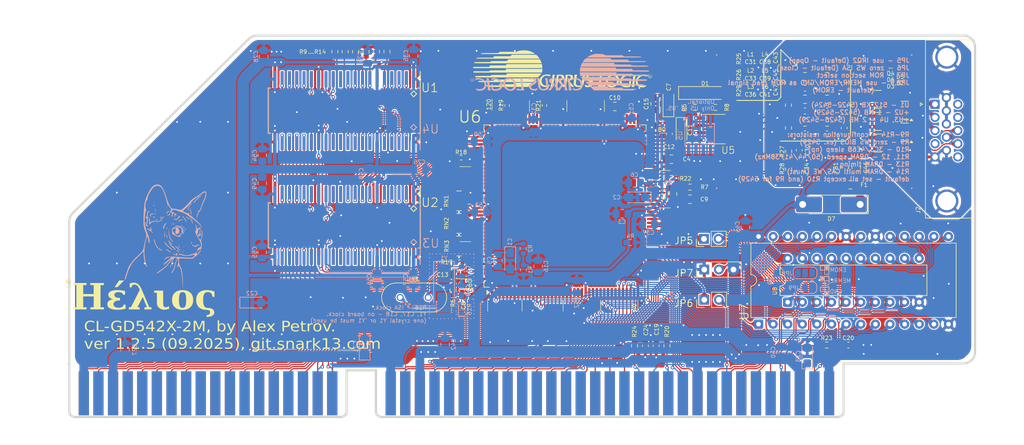
<source format=kicad_pcb>
(kicad_pcb
	(version 20241229)
	(generator "pcbnew")
	(generator_version "9.0")
	(general
		(thickness 1.6)
		(legacy_teardrops no)
	)
	(paper "A4")
	(title_block
		(title "Helios - Cirrus Logic GD542x-2M ISA VGA Card")
		(date "2025-09-13")
		(rev "1.2.5")
		(company "Alexander Petrov")
	)
	(layers
		(0 "F.Cu" signal)
		(2 "B.Cu" signal)
		(9 "F.Adhes" user "F.Adhesive")
		(11 "B.Adhes" user "B.Adhesive")
		(13 "F.Paste" user)
		(15 "B.Paste" user)
		(5 "F.SilkS" user "F.Silkscreen")
		(7 "B.SilkS" user "B.Silkscreen")
		(1 "F.Mask" user)
		(3 "B.Mask" user)
		(17 "Dwgs.User" user "User.Drawings")
		(19 "Cmts.User" user "User.Comments")
		(21 "Eco1.User" user "User.Eco1")
		(23 "Eco2.User" user "User.Eco2")
		(25 "Edge.Cuts" user)
		(27 "Margin" user)
		(31 "F.CrtYd" user "F.Courtyard")
		(29 "B.CrtYd" user "B.Courtyard")
		(35 "F.Fab" user)
		(33 "B.Fab" user)
	)
	(setup
		(stackup
			(layer "F.SilkS"
				(type "Top Silk Screen")
				(color "White")
			)
			(layer "F.Paste"
				(type "Top Solder Paste")
			)
			(layer "F.Mask"
				(type "Top Solder Mask")
				(color "Green")
				(thickness 0.01)
			)
			(layer "F.Cu"
				(type "copper")
				(thickness 0.035)
			)
			(layer "dielectric 1"
				(type "core")
				(color "FR4 natural")
				(thickness 1.51)
				(material "FR4")
				(epsilon_r 4.5)
				(loss_tangent 0.02)
			)
			(layer "B.Cu"
				(type "copper")
				(thickness 0.035)
			)
			(layer "B.Mask"
				(type "Bottom Solder Mask")
				(color "Green")
				(thickness 0.01)
			)
			(layer "B.Paste"
				(type "Bottom Solder Paste")
			)
			(layer "B.SilkS"
				(type "Bottom Silk Screen")
				(color "White")
			)
			(copper_finish "ENIG")
			(dielectric_constraints no)
		)
		(pad_to_mask_clearance 0)
		(allow_soldermask_bridges_in_footprints yes)
		(tenting front back)
		(pcbplotparams
			(layerselection 0x00000000_00000000_55555555_575555ff)
			(plot_on_all_layers_selection 0x00000000_00000000_00000000_02000000)
			(disableapertmacros no)
			(usegerberextensions yes)
			(usegerberattributes yes)
			(usegerberadvancedattributes yes)
			(creategerberjobfile yes)
			(dashed_line_dash_ratio 12.000000)
			(dashed_line_gap_ratio 3.000000)
			(svgprecision 4)
			(plotframeref no)
			(mode 1)
			(useauxorigin no)
			(hpglpennumber 1)
			(hpglpenspeed 20)
			(hpglpendiameter 15.000000)
			(pdf_front_fp_property_popups yes)
			(pdf_back_fp_property_popups yes)
			(pdf_metadata yes)
			(pdf_single_document no)
			(dxfpolygonmode yes)
			(dxfimperialunits yes)
			(dxfusepcbnewfont yes)
			(psnegative no)
			(psa4output no)
			(plot_black_and_white yes)
			(sketchpadsonfab no)
			(plotpadnumbers no)
			(hidednponfab no)
			(sketchdnponfab yes)
			(crossoutdnponfab yes)
			(subtractmaskfromsilk yes)
			(outputformat 1)
			(mirror no)
			(drillshape 0)
			(scaleselection 1)
			(outputdirectory "out/helios-0.5/")
		)
	)
	(net 0 "")
	(net 1 "/MD16")
	(net 2 "/MD17")
	(net 3 "/MD18")
	(net 4 "/MD19")
	(net 5 "/MD20")
	(net 6 "/MD21")
	(net 7 "/MD22")
	(net 8 "/MD23")
	(net 9 "/MD24")
	(net 10 "/MD25")
	(net 11 "/MD26")
	(net 12 "/MD27")
	(net 13 "/MD28")
	(net 14 "/MD29")
	(net 15 "/MD30")
	(net 16 "/MD31")
	(net 17 "/SD0")
	(net 18 "/SD1")
	(net 19 "/SD2")
	(net 20 "/SD3")
	(net 21 "/SD4")
	(net 22 "/SD5")
	(net 23 "/SD6")
	(net 24 "/SD7")
	(net 25 "/SD8")
	(net 26 "/SD9")
	(net 27 "/SD10")
	(net 28 "/SD11")
	(net 29 "/SD12")
	(net 30 "/SD13")
	(net 31 "/SD14")
	(net 32 "/SD15")
	(net 33 "/RESET")
	(net 34 "/LA23")
	(net 35 "/IOCHRDY")
	(net 36 "/LA22")
	(net 37 "/AEN")
	(net 38 "/BALE")
	(net 39 "/LA21")
	(net 40 "/LA20")
	(net 41 "/LA19")
	(net 42 "/LA18")
	(net 43 "/LA17")
	(net 44 "/SA16")
	(net 45 "/SA15")
	(net 46 "/SA14")
	(net 47 "/SA13")
	(net 48 "/SA12")
	(net 49 "/SA11")
	(net 50 "/SA10")
	(net 51 "/SA9")
	(net 52 "/SA8")
	(net 53 "/SA7")
	(net 54 "/SA6")
	(net 55 "/SA5")
	(net 56 "/SA4")
	(net 57 "/SA3")
	(net 58 "/SA2")
	(net 59 "/SA1")
	(net 60 "/SA0")
	(net 61 "/MD0")
	(net 62 "/MD1")
	(net 63 "/MD2")
	(net 64 "/MD3")
	(net 65 "/MD4")
	(net 66 "/MD5")
	(net 67 "/MD6")
	(net 68 "/MD7")
	(net 69 "VCC")
	(net 70 "RED")
	(net 71 "GREEN")
	(net 72 "BLUE")
	(net 73 "Net-(D1-A)")
	(net 74 "Net-(F1-Pad1)")
	(net 75 "MFILVDD")
	(net 76 "DACVSS")
	(net 77 "DACVDD")
	(net 78 "IREF")
	(net 79 "VFILVDD")
	(net 80 "MFILTER")
	(net 81 "VFILTER")
	(net 82 "/~{MEMW}")
	(net 83 "/~{MEMR}")
	(net 84 "/~{CAS3}")
	(net 85 "/~{IOR}")
	(net 86 "/~{CAS2}")
	(net 87 "/~{CAS1}")
	(net 88 "/~{CAS0}")
	(net 89 "/~{WE}")
	(net 90 "/~{RAS1}")
	(net 91 "/~{RAS0}")
	(net 92 "/~{EROM}")
	(net 93 "/~{IOCS16}")
	(net 94 "/~{MCS16}")
	(net 95 "/~{SBHE}")
	(net 96 "/~{REFRESH}")
	(net 97 "/~{IOW}")
	(net 98 "/0WS")
	(net 99 "VSYNC")
	(net 100 "HSYNC")
	(net 101 "/EEDI")
	(net 102 "/EECS")
	(net 103 "/P0")
	(net 104 "/P1")
	(net 105 "/P2")
	(net 106 "/P3")
	(net 107 "/P4")
	(net 108 "/P5")
	(net 109 "/P6")
	(net 110 "/P7")
	(net 111 "/DCLK")
	(net 112 "/~{BLANK}")
	(net 113 "/~{EVIDEO}")
	(net 114 "/~{ESYNC}")
	(net 115 "/~{EDCLK}")
	(net 116 "/MD15")
	(net 117 "/MD14")
	(net 118 "/MD13")
	(net 119 "/MD12")
	(net 120 "/MD11")
	(net 121 "/MD10")
	(net 122 "/MD9")
	(net 123 "/MD8")
	(net 124 "/MA8")
	(net 125 "/MA7")
	(net 126 "/MA6")
	(net 127 "/MA5")
	(net 128 "/MA4")
	(net 129 "/MA3")
	(net 130 "/MA2")
	(net 131 "/MA1")
	(net 132 "/MA0")
	(net 133 "/BOSC")
	(net 134 "unconnected-(J1--5V-Pad5)")
	(net 135 "unconnected-(J1-DRQ2-Pad6)")
	(net 136 "unconnected-(J1--12V-Pad7)")
	(net 137 "Net-(J1-UNUSED)")
	(net 138 "unconnected-(J1-+12V-Pad9)")
	(net 139 "unconnected-(J1-~{DACK3}-Pad15)")
	(net 140 "unconnected-(J1-DRQ3-Pad16)")
	(net 141 "unconnected-(J1-~{DACK1}-Pad17)")
	(net 142 "unconnected-(J1-DRQ1-Pad18)")
	(net 143 "unconnected-(J1-CLK-Pad20)")
	(net 144 "unconnected-(J1-IRQ7-Pad21)")
	(net 145 "unconnected-(J1-IRQ6-Pad22)")
	(net 146 "unconnected-(J1-IRQ5-Pad23)")
	(net 147 "unconnected-(J1-IRQ4-Pad24)")
	(net 148 "unconnected-(J1-IRQ3-Pad25)")
	(net 149 "unconnected-(J1-~{DACK2}-Pad26)")
	(net 150 "unconnected-(J1-TC-Pad27)")
	(net 151 "unconnected-(J1-IO-Pad32)")
	(net 152 "unconnected-(J1-BA19-Pad43)")
	(net 153 "unconnected-(J1-BA18-Pad44)")
	(net 154 "unconnected-(J1-BA17-Pad45)")
	(net 155 "unconnected-(J1-IRQ10-Pad65)")
	(net 156 "unconnected-(J1-IRQ11-Pad66)")
	(net 157 "unconnected-(J1-IRQ12-Pad67)")
	(net 158 "unconnected-(J1-IRQ15-Pad68)")
	(net 159 "unconnected-(J1-IRQ14-Pad69)")
	(net 160 "unconnected-(J1-~{DACK0}-Pad70)")
	(net 161 "unconnected-(J1-DRQ0-Pad71)")
	(net 162 "unconnected-(J1-~{DACK5}-Pad72)")
	(net 163 "unconnected-(J1-DRQ5-Pad73)")
	(net 164 "unconnected-(J1-~{DACK6}-Pad74)")
	(net 165 "unconnected-(J1-DRQ6-Pad75)")
	(net 166 "unconnected-(J1-~{DACK7}-Pad76)")
	(net 167 "unconnected-(J1-DRQ7-Pad77)")
	(net 168 "unconnected-(J1-MASTER-Pad79)")
	(net 169 "unconnected-(J1-~{MEMR}-Pad89)")
	(net 170 "unconnected-(J1-~{MEMW}-Pad90)")
	(net 171 "unconnected-(J2-Pad4)")
	(net 172 "unconnected-(J2-Pad11)")
	(net 173 "unconnected-(J2-Pad12)")
	(net 174 "unconnected-(J2-Pad15)")
	(net 175 "unconnected-(U1-NC-Pad11)")
	(net 176 "unconnected-(U1-NC-Pad12)")
	(net 177 "unconnected-(U1-NC-Pad15)")
	(net 178 "unconnected-(U1-NC-Pad30)")
	(net 179 "Net-(RN1-R2.1)")
	(net 180 "Net-(RN1-R4.1)")
	(net 181 "Net-(RN1-R1.1)")
	(net 182 "Net-(RN1-R3.1)")
	(net 183 "Net-(RN2-R1.1)")
	(net 184 "GND")
	(net 185 "Net-(RN2-R4.1)")
	(net 186 "GNDA")
	(net 187 "Net-(RN2-R3.1)")
	(net 188 "Net-(RN2-R2.1)")
	(net 189 "Net-(C8-Pad1)")
	(net 190 "Net-(C9-Pad1)")
	(net 191 "Net-(C30-Pad1)")
	(net 192 "Net-(C34-Pad1)")
	(net 193 "Net-(RN3-R3.1)")
	(net 194 "Net-(RN3-R2.1)")
	(net 195 "Net-(RN3-R1.1)")
	(net 196 "Net-(RN3-R4.1)")
	(net 197 "/~{MEMRC}")
	(net 198 "Net-(J1-IRQ2)")
	(net 199 "/IRQ2")
	(net 200 "Net-(C38-Pad1)")
	(net 201 "Net-(C39-Pad1)")
	(net 202 "Net-(C41-Pad1)")
	(net 203 "Net-(C43-Pad1)")
	(net 204 "Net-(C45-Pad1)")
	(net 205 "Net-(C46-Pad1)")
	(net 206 "Net-(C47-Pad1)")
	(net 207 "Net-(D7-K)")
	(net 208 "Net-(JP7-C)")
	(net 209 "Net-(JP8-C)")
	(net 210 "unconnected-(U3-NC-Pad11)")
	(net 211 "unconnected-(U3-NC-Pad30)")
	(net 212 "unconnected-(U3-NC-Pad15)")
	(net 213 "unconnected-(U3-NC-Pad12)")
	(net 214 "unconnected-(U4-NC-Pad11)")
	(net 215 "unconnected-(U4-NC-Pad15)")
	(net 216 "unconnected-(U4-NC-Pad30)")
	(net 217 "unconnected-(U4-NC-Pad12)")
	(net 218 "Net-(U7-D4)")
	(net 219 "Net-(U7-D7)")
	(net 220 "Net-(U7-D1)")
	(net 221 "Net-(U7-D5)")
	(net 222 "Net-(U7-D0)")
	(net 223 "Net-(U7-D3)")
	(net 224 "Net-(U7-D6)")
	(net 225 "Net-(U7-D2)")
	(net 226 "Net-(U6-XTAL)")
	(net 227 "Net-(U6-OSC)")
	(net 228 "Net-(U6-RESET)")
	(net 229 "Net-(U6-~{IOR})")
	(net 230 "Net-(U6-MA0)")
	(net 231 "Net-(U6-~{WE1})")
	(net 232 "Net-(U6-~{WE2})")
	(net 233 "Net-(U6-~{WE3})")
	(net 234 "Net-(U6-~{TWR})")
	(net 235 "unconnected-(U2-NC-Pad11)")
	(net 236 "unconnected-(U2-NC-Pad30)")
	(net 237 "unconnected-(U2-NC-Pad15)")
	(net 238 "unconnected-(U2-NC-Pad12)")
	(net 239 "unconnected-(U6-OVRW-Pad71)")
	(net 240 "unconnected-(U6-MCLK-Pad157)")
	(net 241 "unconnected-(U6-MA9-Pad143)")
	(net 242 "Net-('U5-Pad2)")
	(footprint "Package_SO_J-Lead:SOJ-40-Socket-LongPads" (layer "F.Cu") (at 120.865 81.127 180))
	(footprint "Package_SO_J-Lead:SOJ-40-Socket-LongPads" (layer "F.Cu") (at 120.865 61.174 180))
	(footprint "Connector_PinHeader_2.54mm:PinHeader_1x02_P2.54mm_Vertical" (layer "F.Cu") (at 184.075 93.925 90))
	(footprint "Capacitor_SMD:C_0603_1608Metric_Pad1.08x0.95mm_HandSolder" (layer "F.Cu") (at 209.1312 101.8032))
	(footprint "Resistor_SMD:R_0603_1608Metric" (layer "F.Cu") (at 205.359 101.8032))
	(footprint "Capacitor_SMD:C_0805_2012Metric_Pad1.18x1.45mm_HandSolder" (layer "F.Cu") (at 178.3588 69.4944))
	(footprint "Capacitor_SMD:C_0805_2012Metric" (layer "F.Cu") (at 168.525 60.325 180))
	(footprint "Capacitor_SMD:C_0805_2012Metric_Pad1.18x1.45mm_HandSolder" (layer "F.Cu") (at 175.5394 59.8424 90))
	(footprint "Capacitor_SMD:C_0805_2012Metric_Pad1.18x1.45mm_HandSolder" (layer "F.Cu") (at 141.351 89.535))
	(footprint "Capacitor_SMD:C_0805_2012Metric_Pad1.18x1.45mm_HandSolder" (layer "F.Cu") (at 178.562 75.5396 -90))
	(footprint "Capacitor_SMD:C_0603_1608Metric_Pad1.08x0.95mm_HandSolder" (layer "F.Cu") (at 200.5838 71.501 90))
	(footprint "Capacitor_SMD:C_0603_1608Metric_Pad1.08x0.95mm_HandSolder" (layer "F.Cu") (at 178 65.1002 -90))
	(footprint "Capacitor_Tantalum_SMD:CP_EIA-3216-18_Kemet-A" (layer "F.Cu") (at 177.85 59.8 90))
	(footprint "Capacitor_SMD:C_0805_2012Metric_Pad1.18x1.45mm_HandSolder" (layer "F.Cu") (at 210.5 70.925 -90))
	(footprint "Diode_SMD:D_MELF-RM10_Universal_Handsoldering" (layer "F.Cu") (at 206.175 77.35 180))
	(footprint "Fuse:Fuse_0805_2012Metric_Pad1.15x1.40mm_HandSolder" (layer "F.Cu") (at 209.4738 73.9394))
	(footprint "Inductor_SMD:L_0805_2012Metric_Pad1.15x1.40mm_HandSolder" (layer "F.Cu") (at 208.45 70.925 -90))
	(footprint "Resistor_SMD:R_0402_1005Metric_Pad0.72x0.64mm_HandSolder" (layer "F.Cu") (at 156.3 60.15 -90))
	(footprint "Resistor_SMD:R_0603_1608Metric" (layer "F.Cu") (at 140.4112 92.2782 -90))
	(footprint "Resistor_SMD:R_0603_1608Metric" (layer "F.Cu") (at 181.5846 74.3458))
	(footprint "Resistor_SMD:R_0603_1608Metric" (layer "F.Cu") (at 182.475 60.475))
	(footprint "Resistor_SMD:R_0603_1608Metric" (layer "F.Cu") (at 186.05 60.475 180))
	(footprint "Resistor_SMD:R_0603_1608Metric" (layer "F.Cu") (at 198.75 68.125 -90))
	(footprint "Resistor_SMD:R_0603_1608Metric" (layer "F.Cu") (at 198.75 71.2216 90))
	(footprint "Package_SO:SOIC-8_3.9x4.9mm_P1.27mm" (layer "F.Cu") (at 185.775 64.25))
	(footprint "Resistor_SMD:R_0402_1005Metric_Pad0.72x0.64mm_HandSolder" (layer "F.Cu") (at 149.8 60.15 -90))
	(footprint "Capacitor_SMD:C_0805_2012Metric" (layer "F.Cu") (at 142.2654 92.4052 90))
	(footprint "Capacitor_SMD:C_0805_2012Metric" (layer "F.Cu") (at 181.5846 76.454 180))
	(footprint "Connector_PCBEdge:BUS_AT" (layer "F.Cu") (at 205.7659 110.17758))
	(footprint "Connector_PinHeader_2.54mm:PinHeader_1x03_P2.54mm_Vertical" (layer "F.Cu") (at 184.075 88.675 90))
	(footprint "Inductor_SMD:L_0805_2012Metric_Pad1.15x1.40mm_HandSolder" (layer "F.Cu") (at 205.42298 59.071256))
	(footprint "Inductor_SMD:L_0805_2012Metric_Pad1.15x1.40mm_HandSolder" (layer "F.Cu") (at 201.58642 55.14086))
	(footprint "Inductor_SMD:L_0805_2012Metric_Pad1.15x1.40mm_HandSolder" (layer "F.Cu") (at 201.58642 59.07024))
	(footprint "Inductor_SMD:L_0805_2012Metric_Pad1.15x1.40mm_HandSolder" (layer "F.Cu") (at 201.58642 63.03264))
	(footprint "Inductor_SMD:L_0805_2012Metric_Pad1.15x1.40mm_HandSolder" (layer "F.Cu") (at 205.42298 63.03772))
	(footprint "Inductor_SMD:L_0805_2012Metric_Pad1.15x1.40mm_HandSolder"
		(layer "F.Cu")
		(uuid "00000000-0000-0000-0000-00005ef3c271")
		(at 205.42298 55.14086)
		(descr "Inductor SMD 0805 (2012 Metric), square (rectangular) end terminal, IPC_7351 nominal with elongated pad for handsoldering. (Body size source: https://docs.google.com/spreadsheets/d/1BsfQQcO9C6DZCsRaXUlFlo91Tg2WpOkGARC1WS5S8t0/edit?usp=sharing), generated with kicad-footprint-generator")
		(tags "inductor handsolder")
		(property "Reference" "L4"
			(at -10.78278 -3.87086 0)
			(layer "F.SilkS")
			(uuid "019db332-00ce-48b0-ba53-6f013c5b6c32")
			(effects
				(font
					(size 0.7 0.7)
					(thickness 0.1)
				)
			)
		)
		(property "Value" "100n"
			(at 0 1.65 0)
			(layer "F.Fab")
			(uuid "e432989e-5e6c-4081-99e3-0018e8d3edad")
			(effects
				(font
					(size 0.7 0.7)
					(thickness 0.1)
				)
			)
		)
		(property "Datasheet" "~"
			(at 0 0 0)
			(layer "F.Fab")
			(hide yes)
			(uuid "9c7ff203-fdd2-4c2e-90fc-e060db4cb20e")
			(effects
				(font
					(size 1.27 1.27)
					(thickness 0.15)
				)
			)
		)
		(property "Description" ""
			(at 0 0 0)
			(layer "F.Fab")
			(hide yes)
			(uuid "03e003da-9ffc-4f68-9796-dd3ed051d356")
			(effects
				(font
					(size 1.27 1.27)
					(thickness 0.15)
				)
			)
		)
		(property ki_fp_filters "Choke_* *Coil* Inductor_* L_*")
		(path "/00000000-0000-0000-0000-00005f3dec25")
		(sheetname "/")
		(sheetfile "helios.kicad_sch")
		(attr smd)
		(fp_line
			(start -0.261252 -0.71)
			(end 0.261252 -0.71)
			(stroke
				(width 0.12)
				(type solid)
			)
			(layer "F.SilkS")
			(uuid "387e1567-c669-4b99-8f3a-64a0eaf6da4a")
		)
		(fp_line
			(start -0.261252 0.71)
			(end 0.261252 0.71)
			(stroke
				(width 0.12)
				(type solid)
			)
			(layer "F.SilkS")
			(uuid "d6e84898-0faf-4540-9a0a-620d3f27b862")
		)
		(fp_line
			(start -1.85 -0.95)
			(end 1.85 -0.95)
			(stroke
				(width 0.05)
				(type solid)
			)
			(layer "F.CrtYd")
			(uuid "1ebd2f95-4d26-484b-8d56-1cbbe59f8051")
		)
		(fp_line
			(start -1.85 0.95)
			(end -1.85 -0.95)
			(stroke
				(width 0.05)
				(type solid)
			)
			(layer "F.CrtYd")
			(uuid "c5e67058-b35b-4ecc-aa65-2bfa6ef4a2
... [3262700 chars truncated]
</source>
